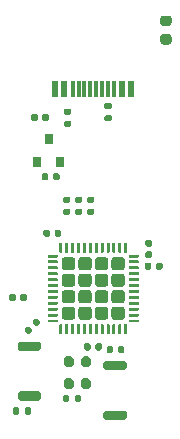
<source format=gtp>
G04 #@! TF.GenerationSoftware,KiCad,Pcbnew,(5.1.10)-1*
G04 #@! TF.CreationDate,2021-07-31T08:12:49+01:00*
G04 #@! TF.ProjectId,STM32Pico,53544d33-3250-4696-936f-2e6b69636164,REV1*
G04 #@! TF.SameCoordinates,Original*
G04 #@! TF.FileFunction,Paste,Top*
G04 #@! TF.FilePolarity,Positive*
%FSLAX46Y46*%
G04 Gerber Fmt 4.6, Leading zero omitted, Abs format (unit mm)*
G04 Created by KiCad (PCBNEW (5.1.10)-1) date 2021-07-31 08:12:49*
%MOMM*%
%LPD*%
G01*
G04 APERTURE LIST*
%ADD10R,0.600000X1.450000*%
%ADD11R,0.300000X1.450000*%
%ADD12R,0.800000X0.900000*%
G04 APERTURE END LIST*
D10*
X100415000Y-64972200D03*
X106865000Y-64972200D03*
X101190000Y-64972200D03*
X106090000Y-64972200D03*
D11*
X105390000Y-64972200D03*
X101890000Y-64972200D03*
X104890000Y-64972200D03*
X102390000Y-64972200D03*
X104390000Y-64972200D03*
X102890000Y-64972200D03*
X103390000Y-64972200D03*
X103890000Y-64972200D03*
G36*
G01*
X106284040Y-93005480D02*
X104684040Y-93005480D01*
G75*
G02*
X104484040Y-92805480I0J200000D01*
G01*
X104484040Y-92405480D01*
G75*
G02*
X104684040Y-92205480I200000J0D01*
G01*
X106284040Y-92205480D01*
G75*
G02*
X106484040Y-92405480I0J-200000D01*
G01*
X106484040Y-92805480D01*
G75*
G02*
X106284040Y-93005480I-200000J0D01*
G01*
G37*
G36*
G01*
X106284040Y-88805480D02*
X104684040Y-88805480D01*
G75*
G02*
X104484040Y-88605480I0J200000D01*
G01*
X104484040Y-88205480D01*
G75*
G02*
X104684040Y-88005480I200000J0D01*
G01*
X106284040Y-88005480D01*
G75*
G02*
X106484040Y-88205480I0J-200000D01*
G01*
X106484040Y-88605480D01*
G75*
G02*
X106284040Y-88805480I-200000J0D01*
G01*
G37*
G36*
G01*
X97429800Y-86362100D02*
X99029800Y-86362100D01*
G75*
G02*
X99229800Y-86562100I0J-200000D01*
G01*
X99229800Y-86962100D01*
G75*
G02*
X99029800Y-87162100I-200000J0D01*
G01*
X97429800Y-87162100D01*
G75*
G02*
X97229800Y-86962100I0J200000D01*
G01*
X97229800Y-86562100D01*
G75*
G02*
X97429800Y-86362100I200000J0D01*
G01*
G37*
G36*
G01*
X97429800Y-90562100D02*
X99029800Y-90562100D01*
G75*
G02*
X99229800Y-90762100I0J-200000D01*
G01*
X99229800Y-91162100D01*
G75*
G02*
X99029800Y-91362100I-200000J0D01*
G01*
X97429800Y-91362100D01*
G75*
G02*
X97229800Y-91162100I0J200000D01*
G01*
X97229800Y-90762100D01*
G75*
G02*
X97429800Y-90562100I200000J0D01*
G01*
G37*
G36*
G01*
X101968800Y-87829340D02*
X101968800Y-88329340D01*
G75*
G02*
X101768800Y-88529340I-200000J0D01*
G01*
X101368800Y-88529340D01*
G75*
G02*
X101168800Y-88329340I0J200000D01*
G01*
X101168800Y-87829340D01*
G75*
G02*
X101368800Y-87629340I200000J0D01*
G01*
X101768800Y-87629340D01*
G75*
G02*
X101968800Y-87829340I0J-200000D01*
G01*
G37*
G36*
G01*
X103418800Y-87829340D02*
X103418800Y-88329340D01*
G75*
G02*
X103218800Y-88529340I-200000J0D01*
G01*
X102818800Y-88529340D01*
G75*
G02*
X102618800Y-88329340I0J200000D01*
G01*
X102618800Y-87829340D01*
G75*
G02*
X102818800Y-87629340I200000J0D01*
G01*
X103218800Y-87629340D01*
G75*
G02*
X103418800Y-87829340I0J-200000D01*
G01*
G37*
G36*
G01*
X101968800Y-89679340D02*
X101968800Y-90179340D01*
G75*
G02*
X101768800Y-90379340I-200000J0D01*
G01*
X101368800Y-90379340D01*
G75*
G02*
X101168800Y-90179340I0J200000D01*
G01*
X101168800Y-89679340D01*
G75*
G02*
X101368800Y-89479340I200000J0D01*
G01*
X101768800Y-89479340D01*
G75*
G02*
X101968800Y-89679340I0J-200000D01*
G01*
G37*
G36*
G01*
X103418800Y-89679340D02*
X103418800Y-90179340D01*
G75*
G02*
X103218800Y-90379340I-200000J0D01*
G01*
X102818800Y-90379340D01*
G75*
G02*
X102618800Y-90179340I0J200000D01*
G01*
X102618800Y-89679340D01*
G75*
G02*
X102818800Y-89479340I200000J0D01*
G01*
X103218800Y-89479340D01*
G75*
G02*
X103418800Y-89679340I0J-200000D01*
G01*
G37*
D12*
X99855400Y-69193100D03*
X100805400Y-71193100D03*
X98905400Y-71193100D03*
G36*
G01*
X106055000Y-80339560D02*
X105425000Y-80339560D01*
G75*
G02*
X105175000Y-80089560I0J250000D01*
G01*
X105175000Y-79459560D01*
G75*
G02*
X105425000Y-79209560I250000J0D01*
G01*
X106055000Y-79209560D01*
G75*
G02*
X106305000Y-79459560I0J-250000D01*
G01*
X106305000Y-80089560D01*
G75*
G02*
X106055000Y-80339560I-250000J0D01*
G01*
G37*
G36*
G01*
X104655000Y-80339560D02*
X104025000Y-80339560D01*
G75*
G02*
X103775000Y-80089560I0J250000D01*
G01*
X103775000Y-79459560D01*
G75*
G02*
X104025000Y-79209560I250000J0D01*
G01*
X104655000Y-79209560D01*
G75*
G02*
X104905000Y-79459560I0J-250000D01*
G01*
X104905000Y-80089560D01*
G75*
G02*
X104655000Y-80339560I-250000J0D01*
G01*
G37*
G36*
G01*
X103255000Y-80339560D02*
X102625000Y-80339560D01*
G75*
G02*
X102375000Y-80089560I0J250000D01*
G01*
X102375000Y-79459560D01*
G75*
G02*
X102625000Y-79209560I250000J0D01*
G01*
X103255000Y-79209560D01*
G75*
G02*
X103505000Y-79459560I0J-250000D01*
G01*
X103505000Y-80089560D01*
G75*
G02*
X103255000Y-80339560I-250000J0D01*
G01*
G37*
G36*
G01*
X101855000Y-80339560D02*
X101225000Y-80339560D01*
G75*
G02*
X100975000Y-80089560I0J250000D01*
G01*
X100975000Y-79459560D01*
G75*
G02*
X101225000Y-79209560I250000J0D01*
G01*
X101855000Y-79209560D01*
G75*
G02*
X102105000Y-79459560I0J-250000D01*
G01*
X102105000Y-80089560D01*
G75*
G02*
X101855000Y-80339560I-250000J0D01*
G01*
G37*
G36*
G01*
X106055000Y-81739560D02*
X105425000Y-81739560D01*
G75*
G02*
X105175000Y-81489560I0J250000D01*
G01*
X105175000Y-80859560D01*
G75*
G02*
X105425000Y-80609560I250000J0D01*
G01*
X106055000Y-80609560D01*
G75*
G02*
X106305000Y-80859560I0J-250000D01*
G01*
X106305000Y-81489560D01*
G75*
G02*
X106055000Y-81739560I-250000J0D01*
G01*
G37*
G36*
G01*
X104655000Y-81739560D02*
X104025000Y-81739560D01*
G75*
G02*
X103775000Y-81489560I0J250000D01*
G01*
X103775000Y-80859560D01*
G75*
G02*
X104025000Y-80609560I250000J0D01*
G01*
X104655000Y-80609560D01*
G75*
G02*
X104905000Y-80859560I0J-250000D01*
G01*
X104905000Y-81489560D01*
G75*
G02*
X104655000Y-81739560I-250000J0D01*
G01*
G37*
G36*
G01*
X103255000Y-81739560D02*
X102625000Y-81739560D01*
G75*
G02*
X102375000Y-81489560I0J250000D01*
G01*
X102375000Y-80859560D01*
G75*
G02*
X102625000Y-80609560I250000J0D01*
G01*
X103255000Y-80609560D01*
G75*
G02*
X103505000Y-80859560I0J-250000D01*
G01*
X103505000Y-81489560D01*
G75*
G02*
X103255000Y-81739560I-250000J0D01*
G01*
G37*
G36*
G01*
X101855000Y-81739560D02*
X101225000Y-81739560D01*
G75*
G02*
X100975000Y-81489560I0J250000D01*
G01*
X100975000Y-80859560D01*
G75*
G02*
X101225000Y-80609560I250000J0D01*
G01*
X101855000Y-80609560D01*
G75*
G02*
X102105000Y-80859560I0J-250000D01*
G01*
X102105000Y-81489560D01*
G75*
G02*
X101855000Y-81739560I-250000J0D01*
G01*
G37*
G36*
G01*
X106055000Y-83139560D02*
X105425000Y-83139560D01*
G75*
G02*
X105175000Y-82889560I0J250000D01*
G01*
X105175000Y-82259560D01*
G75*
G02*
X105425000Y-82009560I250000J0D01*
G01*
X106055000Y-82009560D01*
G75*
G02*
X106305000Y-82259560I0J-250000D01*
G01*
X106305000Y-82889560D01*
G75*
G02*
X106055000Y-83139560I-250000J0D01*
G01*
G37*
G36*
G01*
X104655000Y-83139560D02*
X104025000Y-83139560D01*
G75*
G02*
X103775000Y-82889560I0J250000D01*
G01*
X103775000Y-82259560D01*
G75*
G02*
X104025000Y-82009560I250000J0D01*
G01*
X104655000Y-82009560D01*
G75*
G02*
X104905000Y-82259560I0J-250000D01*
G01*
X104905000Y-82889560D01*
G75*
G02*
X104655000Y-83139560I-250000J0D01*
G01*
G37*
G36*
G01*
X103255000Y-83139560D02*
X102625000Y-83139560D01*
G75*
G02*
X102375000Y-82889560I0J250000D01*
G01*
X102375000Y-82259560D01*
G75*
G02*
X102625000Y-82009560I250000J0D01*
G01*
X103255000Y-82009560D01*
G75*
G02*
X103505000Y-82259560I0J-250000D01*
G01*
X103505000Y-82889560D01*
G75*
G02*
X103255000Y-83139560I-250000J0D01*
G01*
G37*
G36*
G01*
X101855000Y-83139560D02*
X101225000Y-83139560D01*
G75*
G02*
X100975000Y-82889560I0J250000D01*
G01*
X100975000Y-82259560D01*
G75*
G02*
X101225000Y-82009560I250000J0D01*
G01*
X101855000Y-82009560D01*
G75*
G02*
X102105000Y-82259560I0J-250000D01*
G01*
X102105000Y-82889560D01*
G75*
G02*
X101855000Y-83139560I-250000J0D01*
G01*
G37*
G36*
G01*
X106055000Y-84539560D02*
X105425000Y-84539560D01*
G75*
G02*
X105175000Y-84289560I0J250000D01*
G01*
X105175000Y-83659560D01*
G75*
G02*
X105425000Y-83409560I250000J0D01*
G01*
X106055000Y-83409560D01*
G75*
G02*
X106305000Y-83659560I0J-250000D01*
G01*
X106305000Y-84289560D01*
G75*
G02*
X106055000Y-84539560I-250000J0D01*
G01*
G37*
G36*
G01*
X104655000Y-84539560D02*
X104025000Y-84539560D01*
G75*
G02*
X103775000Y-84289560I0J250000D01*
G01*
X103775000Y-83659560D01*
G75*
G02*
X104025000Y-83409560I250000J0D01*
G01*
X104655000Y-83409560D01*
G75*
G02*
X104905000Y-83659560I0J-250000D01*
G01*
X104905000Y-84289560D01*
G75*
G02*
X104655000Y-84539560I-250000J0D01*
G01*
G37*
G36*
G01*
X103255000Y-84539560D02*
X102625000Y-84539560D01*
G75*
G02*
X102375000Y-84289560I0J250000D01*
G01*
X102375000Y-83659560D01*
G75*
G02*
X102625000Y-83409560I250000J0D01*
G01*
X103255000Y-83409560D01*
G75*
G02*
X103505000Y-83659560I0J-250000D01*
G01*
X103505000Y-84289560D01*
G75*
G02*
X103255000Y-84539560I-250000J0D01*
G01*
G37*
G36*
G01*
X101855000Y-84539560D02*
X101225000Y-84539560D01*
G75*
G02*
X100975000Y-84289560I0J250000D01*
G01*
X100975000Y-83659560D01*
G75*
G02*
X101225000Y-83409560I250000J0D01*
G01*
X101855000Y-83409560D01*
G75*
G02*
X102105000Y-83659560I0J-250000D01*
G01*
X102105000Y-84289560D01*
G75*
G02*
X101855000Y-84539560I-250000J0D01*
G01*
G37*
G36*
G01*
X100577500Y-84749560D02*
X99827500Y-84749560D01*
G75*
G02*
X99765000Y-84687060I0J62500D01*
G01*
X99765000Y-84562060D01*
G75*
G02*
X99827500Y-84499560I62500J0D01*
G01*
X100577500Y-84499560D01*
G75*
G02*
X100640000Y-84562060I0J-62500D01*
G01*
X100640000Y-84687060D01*
G75*
G02*
X100577500Y-84749560I-62500J0D01*
G01*
G37*
G36*
G01*
X100577500Y-84249560D02*
X99827500Y-84249560D01*
G75*
G02*
X99765000Y-84187060I0J62500D01*
G01*
X99765000Y-84062060D01*
G75*
G02*
X99827500Y-83999560I62500J0D01*
G01*
X100577500Y-83999560D01*
G75*
G02*
X100640000Y-84062060I0J-62500D01*
G01*
X100640000Y-84187060D01*
G75*
G02*
X100577500Y-84249560I-62500J0D01*
G01*
G37*
G36*
G01*
X100577500Y-83749560D02*
X99827500Y-83749560D01*
G75*
G02*
X99765000Y-83687060I0J62500D01*
G01*
X99765000Y-83562060D01*
G75*
G02*
X99827500Y-83499560I62500J0D01*
G01*
X100577500Y-83499560D01*
G75*
G02*
X100640000Y-83562060I0J-62500D01*
G01*
X100640000Y-83687060D01*
G75*
G02*
X100577500Y-83749560I-62500J0D01*
G01*
G37*
G36*
G01*
X100577500Y-83249560D02*
X99827500Y-83249560D01*
G75*
G02*
X99765000Y-83187060I0J62500D01*
G01*
X99765000Y-83062060D01*
G75*
G02*
X99827500Y-82999560I62500J0D01*
G01*
X100577500Y-82999560D01*
G75*
G02*
X100640000Y-83062060I0J-62500D01*
G01*
X100640000Y-83187060D01*
G75*
G02*
X100577500Y-83249560I-62500J0D01*
G01*
G37*
G36*
G01*
X100577500Y-82749560D02*
X99827500Y-82749560D01*
G75*
G02*
X99765000Y-82687060I0J62500D01*
G01*
X99765000Y-82562060D01*
G75*
G02*
X99827500Y-82499560I62500J0D01*
G01*
X100577500Y-82499560D01*
G75*
G02*
X100640000Y-82562060I0J-62500D01*
G01*
X100640000Y-82687060D01*
G75*
G02*
X100577500Y-82749560I-62500J0D01*
G01*
G37*
G36*
G01*
X100577500Y-82249560D02*
X99827500Y-82249560D01*
G75*
G02*
X99765000Y-82187060I0J62500D01*
G01*
X99765000Y-82062060D01*
G75*
G02*
X99827500Y-81999560I62500J0D01*
G01*
X100577500Y-81999560D01*
G75*
G02*
X100640000Y-82062060I0J-62500D01*
G01*
X100640000Y-82187060D01*
G75*
G02*
X100577500Y-82249560I-62500J0D01*
G01*
G37*
G36*
G01*
X100577500Y-81749560D02*
X99827500Y-81749560D01*
G75*
G02*
X99765000Y-81687060I0J62500D01*
G01*
X99765000Y-81562060D01*
G75*
G02*
X99827500Y-81499560I62500J0D01*
G01*
X100577500Y-81499560D01*
G75*
G02*
X100640000Y-81562060I0J-62500D01*
G01*
X100640000Y-81687060D01*
G75*
G02*
X100577500Y-81749560I-62500J0D01*
G01*
G37*
G36*
G01*
X100577500Y-81249560D02*
X99827500Y-81249560D01*
G75*
G02*
X99765000Y-81187060I0J62500D01*
G01*
X99765000Y-81062060D01*
G75*
G02*
X99827500Y-80999560I62500J0D01*
G01*
X100577500Y-80999560D01*
G75*
G02*
X100640000Y-81062060I0J-62500D01*
G01*
X100640000Y-81187060D01*
G75*
G02*
X100577500Y-81249560I-62500J0D01*
G01*
G37*
G36*
G01*
X100577500Y-80749560D02*
X99827500Y-80749560D01*
G75*
G02*
X99765000Y-80687060I0J62500D01*
G01*
X99765000Y-80562060D01*
G75*
G02*
X99827500Y-80499560I62500J0D01*
G01*
X100577500Y-80499560D01*
G75*
G02*
X100640000Y-80562060I0J-62500D01*
G01*
X100640000Y-80687060D01*
G75*
G02*
X100577500Y-80749560I-62500J0D01*
G01*
G37*
G36*
G01*
X100577500Y-80249560D02*
X99827500Y-80249560D01*
G75*
G02*
X99765000Y-80187060I0J62500D01*
G01*
X99765000Y-80062060D01*
G75*
G02*
X99827500Y-79999560I62500J0D01*
G01*
X100577500Y-79999560D01*
G75*
G02*
X100640000Y-80062060I0J-62500D01*
G01*
X100640000Y-80187060D01*
G75*
G02*
X100577500Y-80249560I-62500J0D01*
G01*
G37*
G36*
G01*
X100577500Y-79749560D02*
X99827500Y-79749560D01*
G75*
G02*
X99765000Y-79687060I0J62500D01*
G01*
X99765000Y-79562060D01*
G75*
G02*
X99827500Y-79499560I62500J0D01*
G01*
X100577500Y-79499560D01*
G75*
G02*
X100640000Y-79562060I0J-62500D01*
G01*
X100640000Y-79687060D01*
G75*
G02*
X100577500Y-79749560I-62500J0D01*
G01*
G37*
G36*
G01*
X100577500Y-79249560D02*
X99827500Y-79249560D01*
G75*
G02*
X99765000Y-79187060I0J62500D01*
G01*
X99765000Y-79062060D01*
G75*
G02*
X99827500Y-78999560I62500J0D01*
G01*
X100577500Y-78999560D01*
G75*
G02*
X100640000Y-79062060I0J-62500D01*
G01*
X100640000Y-79187060D01*
G75*
G02*
X100577500Y-79249560I-62500J0D01*
G01*
G37*
G36*
G01*
X100952500Y-78874560D02*
X100827500Y-78874560D01*
G75*
G02*
X100765000Y-78812060I0J62500D01*
G01*
X100765000Y-78062060D01*
G75*
G02*
X100827500Y-77999560I62500J0D01*
G01*
X100952500Y-77999560D01*
G75*
G02*
X101015000Y-78062060I0J-62500D01*
G01*
X101015000Y-78812060D01*
G75*
G02*
X100952500Y-78874560I-62500J0D01*
G01*
G37*
G36*
G01*
X101452500Y-78874560D02*
X101327500Y-78874560D01*
G75*
G02*
X101265000Y-78812060I0J62500D01*
G01*
X101265000Y-78062060D01*
G75*
G02*
X101327500Y-77999560I62500J0D01*
G01*
X101452500Y-77999560D01*
G75*
G02*
X101515000Y-78062060I0J-62500D01*
G01*
X101515000Y-78812060D01*
G75*
G02*
X101452500Y-78874560I-62500J0D01*
G01*
G37*
G36*
G01*
X101952500Y-78874560D02*
X101827500Y-78874560D01*
G75*
G02*
X101765000Y-78812060I0J62500D01*
G01*
X101765000Y-78062060D01*
G75*
G02*
X101827500Y-77999560I62500J0D01*
G01*
X101952500Y-77999560D01*
G75*
G02*
X102015000Y-78062060I0J-62500D01*
G01*
X102015000Y-78812060D01*
G75*
G02*
X101952500Y-78874560I-62500J0D01*
G01*
G37*
G36*
G01*
X102452500Y-78874560D02*
X102327500Y-78874560D01*
G75*
G02*
X102265000Y-78812060I0J62500D01*
G01*
X102265000Y-78062060D01*
G75*
G02*
X102327500Y-77999560I62500J0D01*
G01*
X102452500Y-77999560D01*
G75*
G02*
X102515000Y-78062060I0J-62500D01*
G01*
X102515000Y-78812060D01*
G75*
G02*
X102452500Y-78874560I-62500J0D01*
G01*
G37*
G36*
G01*
X102952500Y-78874560D02*
X102827500Y-78874560D01*
G75*
G02*
X102765000Y-78812060I0J62500D01*
G01*
X102765000Y-78062060D01*
G75*
G02*
X102827500Y-77999560I62500J0D01*
G01*
X102952500Y-77999560D01*
G75*
G02*
X103015000Y-78062060I0J-62500D01*
G01*
X103015000Y-78812060D01*
G75*
G02*
X102952500Y-78874560I-62500J0D01*
G01*
G37*
G36*
G01*
X103452500Y-78874560D02*
X103327500Y-78874560D01*
G75*
G02*
X103265000Y-78812060I0J62500D01*
G01*
X103265000Y-78062060D01*
G75*
G02*
X103327500Y-77999560I62500J0D01*
G01*
X103452500Y-77999560D01*
G75*
G02*
X103515000Y-78062060I0J-62500D01*
G01*
X103515000Y-78812060D01*
G75*
G02*
X103452500Y-78874560I-62500J0D01*
G01*
G37*
G36*
G01*
X103952500Y-78874560D02*
X103827500Y-78874560D01*
G75*
G02*
X103765000Y-78812060I0J62500D01*
G01*
X103765000Y-78062060D01*
G75*
G02*
X103827500Y-77999560I62500J0D01*
G01*
X103952500Y-77999560D01*
G75*
G02*
X104015000Y-78062060I0J-62500D01*
G01*
X104015000Y-78812060D01*
G75*
G02*
X103952500Y-78874560I-62500J0D01*
G01*
G37*
G36*
G01*
X104452500Y-78874560D02*
X104327500Y-78874560D01*
G75*
G02*
X104265000Y-78812060I0J62500D01*
G01*
X104265000Y-78062060D01*
G75*
G02*
X104327500Y-77999560I62500J0D01*
G01*
X104452500Y-77999560D01*
G75*
G02*
X104515000Y-78062060I0J-62500D01*
G01*
X104515000Y-78812060D01*
G75*
G02*
X104452500Y-78874560I-62500J0D01*
G01*
G37*
G36*
G01*
X104952500Y-78874560D02*
X104827500Y-78874560D01*
G75*
G02*
X104765000Y-78812060I0J62500D01*
G01*
X104765000Y-78062060D01*
G75*
G02*
X104827500Y-77999560I62500J0D01*
G01*
X104952500Y-77999560D01*
G75*
G02*
X105015000Y-78062060I0J-62500D01*
G01*
X105015000Y-78812060D01*
G75*
G02*
X104952500Y-78874560I-62500J0D01*
G01*
G37*
G36*
G01*
X105452500Y-78874560D02*
X105327500Y-78874560D01*
G75*
G02*
X105265000Y-78812060I0J62500D01*
G01*
X105265000Y-78062060D01*
G75*
G02*
X105327500Y-77999560I62500J0D01*
G01*
X105452500Y-77999560D01*
G75*
G02*
X105515000Y-78062060I0J-62500D01*
G01*
X105515000Y-78812060D01*
G75*
G02*
X105452500Y-78874560I-62500J0D01*
G01*
G37*
G36*
G01*
X105952500Y-78874560D02*
X105827500Y-78874560D01*
G75*
G02*
X105765000Y-78812060I0J62500D01*
G01*
X105765000Y-78062060D01*
G75*
G02*
X105827500Y-77999560I62500J0D01*
G01*
X105952500Y-77999560D01*
G75*
G02*
X106015000Y-78062060I0J-62500D01*
G01*
X106015000Y-78812060D01*
G75*
G02*
X105952500Y-78874560I-62500J0D01*
G01*
G37*
G36*
G01*
X106452500Y-78874560D02*
X106327500Y-78874560D01*
G75*
G02*
X106265000Y-78812060I0J62500D01*
G01*
X106265000Y-78062060D01*
G75*
G02*
X106327500Y-77999560I62500J0D01*
G01*
X106452500Y-77999560D01*
G75*
G02*
X106515000Y-78062060I0J-62500D01*
G01*
X106515000Y-78812060D01*
G75*
G02*
X106452500Y-78874560I-62500J0D01*
G01*
G37*
G36*
G01*
X107452500Y-79249560D02*
X106702500Y-79249560D01*
G75*
G02*
X106640000Y-79187060I0J62500D01*
G01*
X106640000Y-79062060D01*
G75*
G02*
X106702500Y-78999560I62500J0D01*
G01*
X107452500Y-78999560D01*
G75*
G02*
X107515000Y-79062060I0J-62500D01*
G01*
X107515000Y-79187060D01*
G75*
G02*
X107452500Y-79249560I-62500J0D01*
G01*
G37*
G36*
G01*
X107452500Y-79749560D02*
X106702500Y-79749560D01*
G75*
G02*
X106640000Y-79687060I0J62500D01*
G01*
X106640000Y-79562060D01*
G75*
G02*
X106702500Y-79499560I62500J0D01*
G01*
X107452500Y-79499560D01*
G75*
G02*
X107515000Y-79562060I0J-62500D01*
G01*
X107515000Y-79687060D01*
G75*
G02*
X107452500Y-79749560I-62500J0D01*
G01*
G37*
G36*
G01*
X107452500Y-80249560D02*
X106702500Y-80249560D01*
G75*
G02*
X106640000Y-80187060I0J62500D01*
G01*
X106640000Y-80062060D01*
G75*
G02*
X106702500Y-79999560I62500J0D01*
G01*
X107452500Y-79999560D01*
G75*
G02*
X107515000Y-80062060I0J-62500D01*
G01*
X107515000Y-80187060D01*
G75*
G02*
X107452500Y-80249560I-62500J0D01*
G01*
G37*
G36*
G01*
X107452500Y-80749560D02*
X106702500Y-80749560D01*
G75*
G02*
X106640000Y-80687060I0J62500D01*
G01*
X106640000Y-80562060D01*
G75*
G02*
X106702500Y-80499560I62500J0D01*
G01*
X107452500Y-80499560D01*
G75*
G02*
X107515000Y-80562060I0J-62500D01*
G01*
X107515000Y-80687060D01*
G75*
G02*
X107452500Y-80749560I-62500J0D01*
G01*
G37*
G36*
G01*
X107452500Y-81249560D02*
X106702500Y-81249560D01*
G75*
G02*
X106640000Y-81187060I0J62500D01*
G01*
X106640000Y-81062060D01*
G75*
G02*
X106702500Y-80999560I62500J0D01*
G01*
X107452500Y-80999560D01*
G75*
G02*
X107515000Y-81062060I0J-62500D01*
G01*
X107515000Y-81187060D01*
G75*
G02*
X107452500Y-81249560I-62500J0D01*
G01*
G37*
G36*
G01*
X107452500Y-81749560D02*
X106702500Y-81749560D01*
G75*
G02*
X106640000Y-81687060I0J62500D01*
G01*
X106640000Y-81562060D01*
G75*
G02*
X106702500Y-81499560I62500J0D01*
G01*
X107452500Y-81499560D01*
G75*
G02*
X107515000Y-81562060I0J-62500D01*
G01*
X107515000Y-81687060D01*
G75*
G02*
X107452500Y-81749560I-62500J0D01*
G01*
G37*
G36*
G01*
X107452500Y-82249560D02*
X106702500Y-82249560D01*
G75*
G02*
X106640000Y-82187060I0J62500D01*
G01*
X106640000Y-82062060D01*
G75*
G02*
X106702500Y-81999560I62500J0D01*
G01*
X107452500Y-81999560D01*
G75*
G02*
X107515000Y-82062060I0J-62500D01*
G01*
X107515000Y-82187060D01*
G75*
G02*
X107452500Y-82249560I-62500J0D01*
G01*
G37*
G36*
G01*
X107452500Y-82749560D02*
X106702500Y-82749560D01*
G75*
G02*
X106640000Y-82687060I0J62500D01*
G01*
X106640000Y-82562060D01*
G75*
G02*
X106702500Y-82499560I62500J0D01*
G01*
X107452500Y-82499560D01*
G75*
G02*
X107515000Y-82562060I0J-62500D01*
G01*
X107515000Y-82687060D01*
G75*
G02*
X107452500Y-82749560I-62500J0D01*
G01*
G37*
G36*
G01*
X107452500Y-83249560D02*
X106702500Y-83249560D01*
G75*
G02*
X106640000Y-83187060I0J62500D01*
G01*
X106640000Y-83062060D01*
G75*
G02*
X106702500Y-82999560I62500J0D01*
G01*
X107452500Y-82999560D01*
G75*
G02*
X107515000Y-83062060I0J-62500D01*
G01*
X107515000Y-83187060D01*
G75*
G02*
X107452500Y-83249560I-62500J0D01*
G01*
G37*
G36*
G01*
X107452500Y-83749560D02*
X106702500Y-83749560D01*
G75*
G02*
X106640000Y-83687060I0J62500D01*
G01*
X106640000Y-83562060D01*
G75*
G02*
X106702500Y-83499560I62500J0D01*
G01*
X107452500Y-83499560D01*
G75*
G02*
X107515000Y-83562060I0J-62500D01*
G01*
X107515000Y-83687060D01*
G75*
G02*
X107452500Y-83749560I-62500J0D01*
G01*
G37*
G36*
G01*
X107452500Y-84249560D02*
X106702500Y-84249560D01*
G75*
G02*
X106640000Y-84187060I0J62500D01*
G01*
X106640000Y-84062060D01*
G75*
G02*
X106702500Y-83999560I62500J0D01*
G01*
X107452500Y-83999560D01*
G75*
G02*
X107515000Y-84062060I0J-62500D01*
G01*
X107515000Y-84187060D01*
G75*
G02*
X107452500Y-84249560I-62500J0D01*
G01*
G37*
G36*
G01*
X107452500Y-84749560D02*
X106702500Y-84749560D01*
G75*
G02*
X106640000Y-84687060I0J62500D01*
G01*
X106640000Y-84562060D01*
G75*
G02*
X106702500Y-84499560I62500J0D01*
G01*
X107452500Y-84499560D01*
G75*
G02*
X107515000Y-84562060I0J-62500D01*
G01*
X107515000Y-84687060D01*
G75*
G02*
X107452500Y-84749560I-62500J0D01*
G01*
G37*
G36*
G01*
X106452500Y-85749560D02*
X106327500Y-85749560D01*
G75*
G02*
X106265000Y-85687060I0J62500D01*
G01*
X106265000Y-84937060D01*
G75*
G02*
X106327500Y-84874560I62500J0D01*
G01*
X106452500Y-84874560D01*
G75*
G02*
X106515000Y-84937060I0J-62500D01*
G01*
X106515000Y-85687060D01*
G75*
G02*
X106452500Y-85749560I-62500J0D01*
G01*
G37*
G36*
G01*
X105952500Y-85749560D02*
X105827500Y-85749560D01*
G75*
G02*
X105765000Y-85687060I0J62500D01*
G01*
X105765000Y-84937060D01*
G75*
G02*
X105827500Y-84874560I62500J0D01*
G01*
X105952500Y-84874560D01*
G75*
G02*
X106015000Y-84937060I0J-62500D01*
G01*
X106015000Y-85687060D01*
G75*
G02*
X105952500Y-85749560I-62500J0D01*
G01*
G37*
G36*
G01*
X105452500Y-85749560D02*
X105327500Y-85749560D01*
G75*
G02*
X105265000Y-85687060I0J62500D01*
G01*
X105265000Y-84937060D01*
G75*
G02*
X105327500Y-84874560I62500J0D01*
G01*
X105452500Y-84874560D01*
G75*
G02*
X105515000Y-84937060I0J-62500D01*
G01*
X105515000Y-85687060D01*
G75*
G02*
X105452500Y-85749560I-62500J0D01*
G01*
G37*
G36*
G01*
X104952500Y-85749560D02*
X104827500Y-85749560D01*
G75*
G02*
X104765000Y-85687060I0J62500D01*
G01*
X104765000Y-84937060D01*
G75*
G02*
X104827500Y-84874560I62500J0D01*
G01*
X104952500Y-84874560D01*
G75*
G02*
X105015000Y-84937060I0J-62500D01*
G01*
X105015000Y-85687060D01*
G75*
G02*
X104952500Y-85749560I-62500J0D01*
G01*
G37*
G36*
G01*
X104452500Y-85749560D02*
X104327500Y-85749560D01*
G75*
G02*
X104265000Y-85687060I0J62500D01*
G01*
X104265000Y-84937060D01*
G75*
G02*
X104327500Y-84874560I62500J0D01*
G01*
X104452500Y-84874560D01*
G75*
G02*
X104515000Y-84937060I0J-62500D01*
G01*
X104515000Y-85687060D01*
G75*
G02*
X104452500Y-85749560I-62500J0D01*
G01*
G37*
G36*
G01*
X103952500Y-85749560D02*
X103827500Y-85749560D01*
G75*
G02*
X103765000Y-85687060I0J62500D01*
G01*
X103765000Y-84937060D01*
G75*
G02*
X103827500Y-84874560I62500J0D01*
G01*
X103952500Y-84874560D01*
G75*
G02*
X104015000Y-84937060I0J-62500D01*
G01*
X104015000Y-85687060D01*
G75*
G02*
X103952500Y-85749560I-62500J0D01*
G01*
G37*
G36*
G01*
X103452500Y-85749560D02*
X103327500Y-85749560D01*
G75*
G02*
X103265000Y-85687060I0J62500D01*
G01*
X103265000Y-84937060D01*
G75*
G02*
X103327500Y-84874560I62500J0D01*
G01*
X103452500Y-84874560D01*
G75*
G02*
X103515000Y-84937060I0J-62500D01*
G01*
X103515000Y-85687060D01*
G75*
G02*
X103452500Y-85749560I-62500J0D01*
G01*
G37*
G36*
G01*
X102952500Y-85749560D02*
X102827500Y-85749560D01*
G75*
G02*
X102765000Y-85687060I0J62500D01*
G01*
X102765000Y-84937060D01*
G75*
G02*
X102827500Y-84874560I62500J0D01*
G01*
X102952500Y-84874560D01*
G75*
G02*
X103015000Y-84937060I0J-62500D01*
G01*
X103015000Y-85687060D01*
G75*
G02*
X102952500Y-85749560I-62500J0D01*
G01*
G37*
G36*
G01*
X102452500Y-85749560D02*
X102327500Y-85749560D01*
G75*
G02*
X102265000Y-85687060I0J62500D01*
G01*
X102265000Y-84937060D01*
G75*
G02*
X102327500Y-84874560I62500J0D01*
G01*
X102452500Y-84874560D01*
G75*
G02*
X102515000Y-84937060I0J-62500D01*
G01*
X102515000Y-85687060D01*
G75*
G02*
X102452500Y-85749560I-62500J0D01*
G01*
G37*
G36*
G01*
X101952500Y-85749560D02*
X101827500Y-85749560D01*
G75*
G02*
X101765000Y-85687060I0J62500D01*
G01*
X101765000Y-84937060D01*
G75*
G02*
X101827500Y-84874560I62500J0D01*
G01*
X101952500Y-84874560D01*
G75*
G02*
X102015000Y-84937060I0J-62500D01*
G01*
X102015000Y-85687060D01*
G75*
G02*
X101952500Y-85749560I-62500J0D01*
G01*
G37*
G36*
G01*
X101452500Y-85749560D02*
X101327500Y-85749560D01*
G75*
G02*
X101265000Y-85687060I0J62500D01*
G01*
X101265000Y-84937060D01*
G75*
G02*
X101327500Y-84874560I62500J0D01*
G01*
X101452500Y-84874560D01*
G75*
G02*
X101515000Y-84937060I0J-62500D01*
G01*
X101515000Y-85687060D01*
G75*
G02*
X101452500Y-85749560I-62500J0D01*
G01*
G37*
G36*
G01*
X100952500Y-85749560D02*
X100827500Y-85749560D01*
G75*
G02*
X100765000Y-85687060I0J62500D01*
G01*
X100765000Y-84937060D01*
G75*
G02*
X100827500Y-84874560I62500J0D01*
G01*
X100952500Y-84874560D01*
G75*
G02*
X101015000Y-84937060I0J-62500D01*
G01*
X101015000Y-85687060D01*
G75*
G02*
X100952500Y-85749560I-62500J0D01*
G01*
G37*
G36*
G01*
X97354800Y-92042600D02*
X97354800Y-92412600D01*
G75*
G02*
X97219800Y-92547600I-135000J0D01*
G01*
X96949800Y-92547600D01*
G75*
G02*
X96814800Y-92412600I0J135000D01*
G01*
X96814800Y-92042600D01*
G75*
G02*
X96949800Y-91907600I135000J0D01*
G01*
X97219800Y-91907600D01*
G75*
G02*
X97354800Y-92042600I0J-135000D01*
G01*
G37*
G36*
G01*
X98374800Y-92042600D02*
X98374800Y-92412600D01*
G75*
G02*
X98239800Y-92547600I-135000J0D01*
G01*
X97969800Y-92547600D01*
G75*
G02*
X97834800Y-92412600I0J135000D01*
G01*
X97834800Y-92042600D01*
G75*
G02*
X97969800Y-91907600I135000J0D01*
G01*
X98239800Y-91907600D01*
G75*
G02*
X98374800Y-92042600I0J-135000D01*
G01*
G37*
G36*
G01*
X101596600Y-91001200D02*
X101596600Y-91371200D01*
G75*
G02*
X101461600Y-91506200I-135000J0D01*
G01*
X101191600Y-91506200D01*
G75*
G02*
X101056600Y-91371200I0J135000D01*
G01*
X101056600Y-91001200D01*
G75*
G02*
X101191600Y-90866200I135000J0D01*
G01*
X101461600Y-90866200D01*
G75*
G02*
X101596600Y-91001200I0J-135000D01*
G01*
G37*
G36*
G01*
X102616600Y-91001200D02*
X102616600Y-91371200D01*
G75*
G02*
X102481600Y-91506200I-135000J0D01*
G01*
X102211600Y-91506200D01*
G75*
G02*
X102076600Y-91371200I0J135000D01*
G01*
X102076600Y-91001200D01*
G75*
G02*
X102211600Y-90866200I135000J0D01*
G01*
X102481600Y-90866200D01*
G75*
G02*
X102616600Y-91001200I0J-135000D01*
G01*
G37*
G36*
G01*
X101194400Y-75119400D02*
X101564400Y-75119400D01*
G75*
G02*
X101699400Y-75254400I0J-135000D01*
G01*
X101699400Y-75524400D01*
G75*
G02*
X101564400Y-75659400I-135000J0D01*
G01*
X101194400Y-75659400D01*
G75*
G02*
X101059400Y-75524400I0J135000D01*
G01*
X101059400Y-75254400D01*
G75*
G02*
X101194400Y-75119400I135000J0D01*
G01*
G37*
G36*
G01*
X101194400Y-74099400D02*
X101564400Y-74099400D01*
G75*
G02*
X101699400Y-74234400I0J-135000D01*
G01*
X101699400Y-74504400D01*
G75*
G02*
X101564400Y-74639400I-135000J0D01*
G01*
X101194400Y-74639400D01*
G75*
G02*
X101059400Y-74504400I0J135000D01*
G01*
X101059400Y-74234400D01*
G75*
G02*
X101194400Y-74099400I135000J0D01*
G01*
G37*
G36*
G01*
X103596400Y-74639400D02*
X103226400Y-74639400D01*
G75*
G02*
X103091400Y-74504400I0J135000D01*
G01*
X103091400Y-74234400D01*
G75*
G02*
X103226400Y-74099400I135000J0D01*
G01*
X103596400Y-74099400D01*
G75*
G02*
X103731400Y-74234400I0J-135000D01*
G01*
X103731400Y-74504400D01*
G75*
G02*
X103596400Y-74639400I-135000J0D01*
G01*
G37*
G36*
G01*
X103596400Y-75659400D02*
X103226400Y-75659400D01*
G75*
G02*
X103091400Y-75524400I0J135000D01*
G01*
X103091400Y-75254400D01*
G75*
G02*
X103226400Y-75119400I135000J0D01*
G01*
X103596400Y-75119400D01*
G75*
G02*
X103731400Y-75254400I0J-135000D01*
G01*
X103731400Y-75524400D01*
G75*
G02*
X103596400Y-75659400I-135000J0D01*
G01*
G37*
G36*
G01*
X102580400Y-74639400D02*
X102210400Y-74639400D01*
G75*
G02*
X102075400Y-74504400I0J135000D01*
G01*
X102075400Y-74234400D01*
G75*
G02*
X102210400Y-74099400I135000J0D01*
G01*
X102580400Y-74099400D01*
G75*
G02*
X102715400Y-74234400I0J-135000D01*
G01*
X102715400Y-74504400D01*
G75*
G02*
X102580400Y-74639400I-135000J0D01*
G01*
G37*
G36*
G01*
X102580400Y-75659400D02*
X102210400Y-75659400D01*
G75*
G02*
X102075400Y-75524400I0J135000D01*
G01*
X102075400Y-75254400D01*
G75*
G02*
X102210400Y-75119400I135000J0D01*
G01*
X102580400Y-75119400D01*
G75*
G02*
X102715400Y-75254400I0J-135000D01*
G01*
X102715400Y-75524400D01*
G75*
G02*
X102580400Y-75659400I-135000J0D01*
G01*
G37*
G36*
G01*
X101645680Y-67181960D02*
X101275680Y-67181960D01*
G75*
G02*
X101140680Y-67046960I0J135000D01*
G01*
X101140680Y-66776960D01*
G75*
G02*
X101275680Y-66641960I135000J0D01*
G01*
X101645680Y-66641960D01*
G75*
G02*
X101780680Y-66776960I0J-135000D01*
G01*
X101780680Y-67046960D01*
G75*
G02*
X101645680Y-67181960I-135000J0D01*
G01*
G37*
G36*
G01*
X101645680Y-68201960D02*
X101275680Y-68201960D01*
G75*
G02*
X101140680Y-68066960I0J135000D01*
G01*
X101140680Y-67796960D01*
G75*
G02*
X101275680Y-67661960I135000J0D01*
G01*
X101645680Y-67661960D01*
G75*
G02*
X101780680Y-67796960I0J-135000D01*
G01*
X101780680Y-68066960D01*
G75*
G02*
X101645680Y-68201960I-135000J0D01*
G01*
G37*
G36*
G01*
X105079760Y-66709520D02*
X104709760Y-66709520D01*
G75*
G02*
X104574760Y-66574520I0J135000D01*
G01*
X104574760Y-66304520D01*
G75*
G02*
X104709760Y-66169520I135000J0D01*
G01*
X105079760Y-66169520D01*
G75*
G02*
X105214760Y-66304520I0J-135000D01*
G01*
X105214760Y-66574520D01*
G75*
G02*
X105079760Y-66709520I-135000J0D01*
G01*
G37*
G36*
G01*
X105079760Y-67729520D02*
X104709760Y-67729520D01*
G75*
G02*
X104574760Y-67594520I0J135000D01*
G01*
X104574760Y-67324520D01*
G75*
G02*
X104709760Y-67189520I135000J0D01*
G01*
X105079760Y-67189520D01*
G75*
G02*
X105214760Y-67324520I0J-135000D01*
G01*
X105214760Y-67594520D01*
G75*
G02*
X105079760Y-67729520I-135000J0D01*
G01*
G37*
G36*
G01*
X110043050Y-59645000D02*
X109530550Y-59645000D01*
G75*
G02*
X109311800Y-59426250I0J218750D01*
G01*
X109311800Y-58988750D01*
G75*
G02*
X109530550Y-58770000I218750J0D01*
G01*
X110043050Y-58770000D01*
G75*
G02*
X110261800Y-58988750I0J-218750D01*
G01*
X110261800Y-59426250D01*
G75*
G02*
X110043050Y-59645000I-218750J0D01*
G01*
G37*
G36*
G01*
X110043050Y-61220000D02*
X109530550Y-61220000D01*
G75*
G02*
X109311800Y-61001250I0J218750D01*
G01*
X109311800Y-60563750D01*
G75*
G02*
X109530550Y-60345000I218750J0D01*
G01*
X110043050Y-60345000D01*
G75*
G02*
X110261800Y-60563750I0J-218750D01*
G01*
X110261800Y-61001250D01*
G75*
G02*
X110043050Y-61220000I-218750J0D01*
G01*
G37*
G36*
G01*
X103419680Y-86647400D02*
X103419680Y-86987400D01*
G75*
G02*
X103279680Y-87127400I-140000J0D01*
G01*
X102999680Y-87127400D01*
G75*
G02*
X102859680Y-86987400I0J140000D01*
G01*
X102859680Y-86647400D01*
G75*
G02*
X102999680Y-86507400I140000J0D01*
G01*
X103279680Y-86507400D01*
G75*
G02*
X103419680Y-86647400I0J-140000D01*
G01*
G37*
G36*
G01*
X104379680Y-86647400D02*
X104379680Y-86987400D01*
G75*
G02*
X104239680Y-87127400I-140000J0D01*
G01*
X103959680Y-87127400D01*
G75*
G02*
X103819680Y-86987400I0J140000D01*
G01*
X103819680Y-86647400D01*
G75*
G02*
X103959680Y-86507400I140000J0D01*
G01*
X104239680Y-86507400D01*
G75*
G02*
X104379680Y-86647400I0J-140000D01*
G01*
G37*
G36*
G01*
X97064600Y-82456400D02*
X97064600Y-82796400D01*
G75*
G02*
X96924600Y-82936400I-140000J0D01*
G01*
X96644600Y-82936400D01*
G75*
G02*
X96504600Y-82796400I0J140000D01*
G01*
X96504600Y-82456400D01*
G75*
G02*
X96644600Y-82316400I140000J0D01*
G01*
X96924600Y-82316400D01*
G75*
G02*
X97064600Y-82456400I0J-140000D01*
G01*
G37*
G36*
G01*
X98024600Y-82456400D02*
X98024600Y-82796400D01*
G75*
G02*
X97884600Y-82936400I-140000J0D01*
G01*
X97604600Y-82936400D01*
G75*
G02*
X97464600Y-82796400I0J140000D01*
G01*
X97464600Y-82456400D01*
G75*
G02*
X97604600Y-82316400I140000J0D01*
G01*
X97884600Y-82316400D01*
G75*
G02*
X98024600Y-82456400I0J-140000D01*
G01*
G37*
G36*
G01*
X108169000Y-78737000D02*
X108509000Y-78737000D01*
G75*
G02*
X108649000Y-78877000I0J-140000D01*
G01*
X108649000Y-79157000D01*
G75*
G02*
X108509000Y-79297000I-140000J0D01*
G01*
X108169000Y-79297000D01*
G75*
G02*
X108029000Y-79157000I0J140000D01*
G01*
X108029000Y-78877000D01*
G75*
G02*
X108169000Y-78737000I140000J0D01*
G01*
G37*
G36*
G01*
X108169000Y-77777000D02*
X108509000Y-77777000D01*
G75*
G02*
X108649000Y-77917000I0J-140000D01*
G01*
X108649000Y-78197000D01*
G75*
G02*
X108509000Y-78337000I-140000J0D01*
G01*
X108169000Y-78337000D01*
G75*
G02*
X108029000Y-78197000I0J140000D01*
G01*
X108029000Y-77917000D01*
G75*
G02*
X108169000Y-77777000I140000J0D01*
G01*
G37*
G36*
G01*
X99331500Y-67569100D02*
X99331500Y-67229100D01*
G75*
G02*
X99471500Y-67089100I140000J0D01*
G01*
X99751500Y-67089100D01*
G75*
G02*
X99891500Y-67229100I0J-140000D01*
G01*
X99891500Y-67569100D01*
G75*
G02*
X99751500Y-67709100I-140000J0D01*
G01*
X99471500Y-67709100D01*
G75*
G02*
X99331500Y-67569100I0J140000D01*
G01*
G37*
G36*
G01*
X98371500Y-67569100D02*
X98371500Y-67229100D01*
G75*
G02*
X98511500Y-67089100I140000J0D01*
G01*
X98791500Y-67089100D01*
G75*
G02*
X98931500Y-67229100I0J-140000D01*
G01*
X98931500Y-67569100D01*
G75*
G02*
X98791500Y-67709100I-140000J0D01*
G01*
X98511500Y-67709100D01*
G75*
G02*
X98371500Y-67569100I0J140000D01*
G01*
G37*
G36*
G01*
X98735269Y-85053747D02*
X98494853Y-84813331D01*
G75*
G02*
X98494853Y-84615341I98995J98995D01*
G01*
X98692843Y-84417351D01*
G75*
G02*
X98890833Y-84417351I98995J-98995D01*
G01*
X99131249Y-84657767D01*
G75*
G02*
X99131249Y-84855757I-98995J-98995D01*
G01*
X98933259Y-85053747D01*
G75*
G02*
X98735269Y-85053747I-98995J98995D01*
G01*
G37*
G36*
G01*
X98056447Y-85732569D02*
X97816031Y-85492153D01*
G75*
G02*
X97816031Y-85294163I98995J98995D01*
G01*
X98014021Y-85096173D01*
G75*
G02*
X98212011Y-85096173I98995J-98995D01*
G01*
X98452427Y-85336589D01*
G75*
G02*
X98452427Y-85534579I-98995J-98995D01*
G01*
X98254437Y-85732569D01*
G75*
G02*
X98056447Y-85732569I-98995J98995D01*
G01*
G37*
G36*
G01*
X99960200Y-77020800D02*
X99960200Y-77360800D01*
G75*
G02*
X99820200Y-77500800I-140000J0D01*
G01*
X99540200Y-77500800D01*
G75*
G02*
X99400200Y-77360800I0J140000D01*
G01*
X99400200Y-77020800D01*
G75*
G02*
X99540200Y-76880800I140000J0D01*
G01*
X99820200Y-76880800D01*
G75*
G02*
X99960200Y-77020800I0J-140000D01*
G01*
G37*
G36*
G01*
X100920200Y-77020800D02*
X100920200Y-77360800D01*
G75*
G02*
X100780200Y-77500800I-140000J0D01*
G01*
X100500200Y-77500800D01*
G75*
G02*
X100360200Y-77360800I0J140000D01*
G01*
X100360200Y-77020800D01*
G75*
G02*
X100500200Y-76880800I140000J0D01*
G01*
X100780200Y-76880800D01*
G75*
G02*
X100920200Y-77020800I0J-140000D01*
G01*
G37*
G36*
G01*
X100233200Y-72585600D02*
X100233200Y-72245600D01*
G75*
G02*
X100373200Y-72105600I140000J0D01*
G01*
X100653200Y-72105600D01*
G75*
G02*
X100793200Y-72245600I0J-140000D01*
G01*
X100793200Y-72585600D01*
G75*
G02*
X100653200Y-72725600I-140000J0D01*
G01*
X100373200Y-72725600D01*
G75*
G02*
X100233200Y-72585600I0J140000D01*
G01*
G37*
G36*
G01*
X99273200Y-72585600D02*
X99273200Y-72245600D01*
G75*
G02*
X99413200Y-72105600I140000J0D01*
G01*
X99693200Y-72105600D01*
G75*
G02*
X99833200Y-72245600I0J-140000D01*
G01*
X99833200Y-72585600D01*
G75*
G02*
X99693200Y-72725600I-140000J0D01*
G01*
X99413200Y-72725600D01*
G75*
G02*
X99273200Y-72585600I0J140000D01*
G01*
G37*
G36*
G01*
X105719600Y-87216000D02*
X105719600Y-86876000D01*
G75*
G02*
X105859600Y-86736000I140000J0D01*
G01*
X106139600Y-86736000D01*
G75*
G02*
X106279600Y-86876000I0J-140000D01*
G01*
X106279600Y-87216000D01*
G75*
G02*
X106139600Y-87356000I-140000J0D01*
G01*
X105859600Y-87356000D01*
G75*
G02*
X105719600Y-87216000I0J140000D01*
G01*
G37*
G36*
G01*
X104759600Y-87216000D02*
X104759600Y-86876000D01*
G75*
G02*
X104899600Y-86736000I140000J0D01*
G01*
X105179600Y-86736000D01*
G75*
G02*
X105319600Y-86876000I0J-140000D01*
G01*
X105319600Y-87216000D01*
G75*
G02*
X105179600Y-87356000I-140000J0D01*
G01*
X104899600Y-87356000D01*
G75*
G02*
X104759600Y-87216000I0J140000D01*
G01*
G37*
G36*
G01*
X108545400Y-79814800D02*
X108545400Y-80154800D01*
G75*
G02*
X108405400Y-80294800I-140000J0D01*
G01*
X108125400Y-80294800D01*
G75*
G02*
X107985400Y-80154800I0J140000D01*
G01*
X107985400Y-79814800D01*
G75*
G02*
X108125400Y-79674800I140000J0D01*
G01*
X108405400Y-79674800D01*
G75*
G02*
X108545400Y-79814800I0J-140000D01*
G01*
G37*
G36*
G01*
X109505400Y-79814800D02*
X109505400Y-80154800D01*
G75*
G02*
X109365400Y-80294800I-140000J0D01*
G01*
X109085400Y-80294800D01*
G75*
G02*
X108945400Y-80154800I0J140000D01*
G01*
X108945400Y-79814800D01*
G75*
G02*
X109085400Y-79674800I140000J0D01*
G01*
X109365400Y-79674800D01*
G75*
G02*
X109505400Y-79814800I0J-140000D01*
G01*
G37*
M02*

</source>
